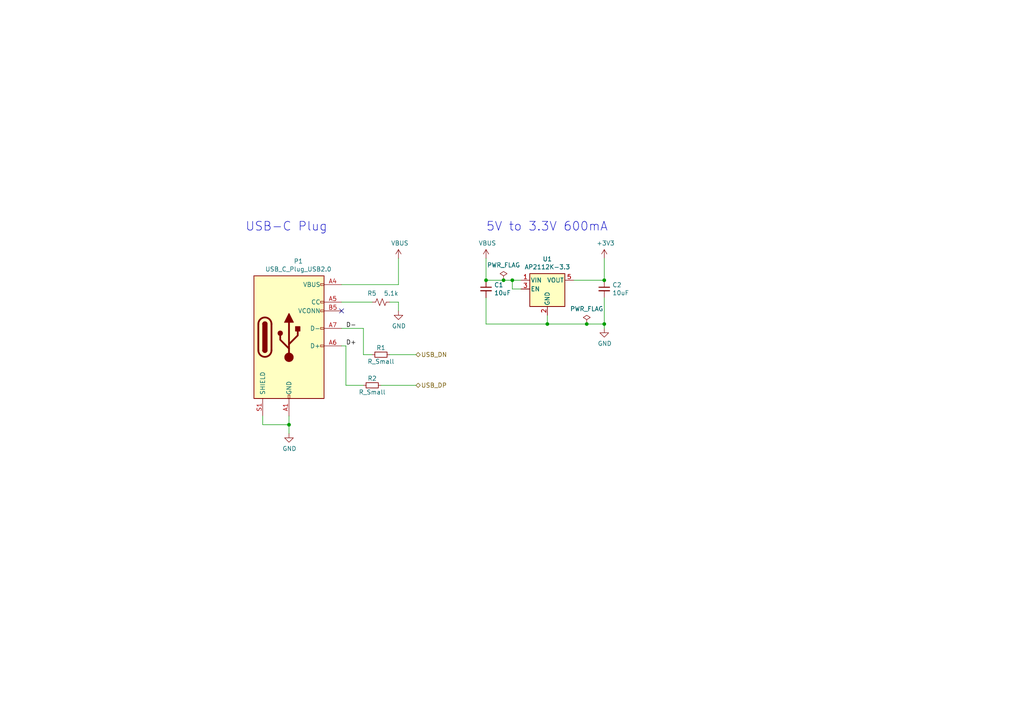
<source format=kicad_sch>
(kicad_sch (version 20211123) (generator eeschema)
  (paper "A4")
  (title_block (title "LoRa Expansion Card for Frame.Work Laptop") (rev "0.2.0") (comment 3 "Kris Keillor"))
  (lib_symbols
    (symbol "Connector:USB_C_Plug_USB2.0" (pin_names (offset 1.016))
      (property "Reference" "P" (at -10.16 19.05 0))
      (property "Value" "USB_C_Plug_USB2.0" (at 12.7 19.05 0))
      (symbol "USB_C_Plug_USB2.0_0_0"
        (rectangle (start -0.254 -17.78) (end 0.254 -16.764))
        (rectangle (start 10.16 -2.286) (end 9.144 -2.794))
        (rectangle (start 10.16 2.794) (end 9.144 2.286))
        (rectangle (start 10.16 7.874) (end 9.144 7.366))
        (rectangle (start 10.16 10.414) (end 9.144 9.906))
        (rectangle (start 10.16 15.494) (end 9.144 14.986))
      )
      (symbol "USB_C_Plug_USB2.0_0_1"
        (rectangle (start -10.16 17.78) (end 10.16 -17.78) (stroke (width 0.254)) (fill (type background)))
        (arc (start -8.89 -3.81) (mid -6.985 -5.715) (end -5.08 -3.81) (stroke (width 0.508)))
        (arc (start -7.62 -3.81) (mid -6.985 -4.445) (end -6.35 -3.81) (stroke (width 0.254)))
        (arc (start -7.62 -3.81) (mid -6.985 -4.445) (end -6.35 -3.81) (stroke (width 0.254)) (fill (type outline)))
        (rectangle (start -7.62 -3.81) (end -6.35 3.81) (stroke (width 0.254)) (fill (type outline)))
        (arc (start -6.35 3.81) (mid -6.985 4.445) (end -7.62 3.81) (stroke (width 0.254)))
        (arc (start -6.35 3.81) (mid -6.985 4.445) (end -7.62 3.81) (stroke (width 0.254)) (fill (type outline)))
        (arc (start -5.08 3.81) (mid -6.985 5.715) (end -8.89 3.81) (stroke (width 0.508)))
        (circle (center -2.54 1.143) (radius 0.635) (stroke (width 0.254)) (fill (type outline)))
        (circle (center 0 -5.842) (radius 1.27) (fill (type outline)))
        (polyline (pts (xy -8.89 -3.81) (xy -8.89 3.81)) (stroke (width 0.508)))
        (polyline (pts (xy -5.08 3.81) (xy -5.08 -3.81)) (stroke (width 0.508)))
        (polyline (pts (xy 0 -5.842) (xy 0 4.318)) (stroke (width 0.508)))
        (polyline (pts (xy 0 -3.302) (xy -2.54 -0.762) (xy -2.54 0.508)) (stroke (width 0.508)))
        (polyline (pts (xy 0 -2.032) (xy 2.54 0.508) (xy 2.54 1.778)) (stroke (width 0.508)))
        (polyline (pts (xy -1.27 4.318) (xy 0 6.858) (xy 1.27 4.318) (xy -1.27 4.318)) (stroke (width 0.254)) (fill (type outline)))
        (rectangle (start 1.905 1.778) (end 3.175 3.048) (stroke (width 0.254)) (fill (type outline)))
      )
      (symbol "USB_C_Plug_USB2.0_1_1"
        (pin passive line (at 0 -22.86 90) (length 5.08) (name "GND") (number "A1"))
        (pin passive line (at 0 -22.86 90) (length 5.08) hide (name "GND") (number "A12"))
        (pin passive line (at 15.24 15.24 180) (length 5.08) (name "VBUS") (number "A4"))
        (pin bidirectional line (at 15.24 10.16 180) (length 5.08) (name "CC") (number "A5"))
        (pin bidirectional line (at 15.24 -2.54 180) (length 5.08) (name "D+") (number "A6"))
        (pin bidirectional line (at 15.24 2.54 180) (length 5.08) (name "D-") (number "A7"))
        (pin passive line (at 15.24 15.24 180) (length 5.08) hide (name "VBUS") (number "A9"))
        (pin passive line (at 0 -22.86 90) (length 5.08) hide (name "GND") (number "B1"))
        (pin passive line (at 0 -22.86 90) (length 5.08) hide (name "GND") (number "B12"))
        (pin passive line (at 15.24 15.24 180) (length 5.08) hide (name "VBUS") (number "B4"))
        (pin bidirectional line (at 15.24 7.62 180) (length 5.08) (name "VCONN") (number "B5"))
        (pin passive line (at 15.24 15.24 180) (length 5.08) hide (name "VBUS") (number "B9"))
        (pin passive line (at -7.62 -22.86 90) (length 5.08) (name "SHIELD") (number "S1"))
      )
    )
    (symbol "Device:C_Small" (pin_numbers hide) (pin_names (offset 0.254) hide)
      (property "Reference" "C" (at 0.254 1.778 0))
      (property "Value" "C_Small" (at 0.254 -2.032 0))
      (symbol "C_Small_0_1"
        (polyline (pts (xy -1.524 -0.508) (xy 1.524 -0.508)) (stroke (width 0.3302)))
        (polyline (pts (xy -1.524 0.508) (xy 1.524 0.508)) (stroke (width 0.3048)))
      )
      (symbol "C_Small_1_1"
        (pin passive line (at 0 2.54 270) (length 2.032) (name "~") (number "1"))
        (pin passive line (at 0 -2.54 90) (length 2.032) (name "~") (number "2"))
      )
    )
    (symbol "Device:R_Small" (pin_numbers hide) (pin_names (offset 0.254) hide)
      (property "Reference" "R" (at 0.762 0.508 0))
      (property "Value" "R_Small" (at 0.762 -1.016 0))
      (symbol "R_Small_0_1"
        (rectangle (start -0.762 1.778) (end 0.762 -1.778) (stroke (width 0.2032)))
      )
      (symbol "R_Small_1_1"
        (pin passive line (at 0 2.54 270) (length 0.762) (name "~") (number "1"))
        (pin passive line (at 0 -2.54 90) (length 0.762) (name "~") (number "2"))
      )
    )
    (symbol "Device:R_Small_US" (pin_numbers hide) (pin_names (offset 0.254) hide)
      (property "Reference" "R" (at 0.762 0.508 0))
      (property "Value" "R_Small_US" (at 0.762 -1.016 0))
      (symbol "R_Small_US_1_1"
        (polyline (pts (xy 0 0) (xy 1.016 -0.381) (xy 0 -0.762) (xy -1.016 -1.143) (xy 0 -1.524)))
        (polyline (pts (xy 0 1.524) (xy 1.016 1.143) (xy 0 0.762) (xy -1.016 0.381) (xy 0 0)))
        (pin passive line (at 0 2.54 270) (length 1.016) (name "~") (number "1"))
        (pin passive line (at 0 -2.54 90) (length 1.016) (name "~") (number "2"))
      )
    )
    (symbol "Expansion_Card-rescue:+3.3V-power" (power) (pin_names (offset 0))
      (property "Value" "+3.3V-power" (at 0 3.556 0))
      (symbol "+3.3V-power_0_1"
        (polyline (pts (xy -0.762 1.27) (xy 0 2.54)))
        (polyline (pts (xy 0 0) (xy 0 2.54)))
        (polyline (pts (xy 0 2.54) (xy 0.762 1.27)))
      )
      (symbol "+3.3V-power_1_1"
        (pin power_in line (at 0 0 90) (length 0) hide (name "+3V3") (number "1"))
      )
    )
    (symbol "Regulator_Linear:AP2112K-3.3" (pin_names (offset 0.254))
      (property "Reference" "U" (at -5.08 5.715 0))
      (property "Value" "AP2112K-3.3" (at 0 5.715 0))
      (symbol "AP2112K-3.3_0_1"
        (rectangle (start -5.08 4.445) (end 5.08 -5.08) (stroke (width 0.254)) (fill (type background)))
      )
      (symbol "AP2112K-3.3_1_1"
        (pin power_in line (at -7.62 2.54 0) (length 2.54) (name "VIN") (number "1"))
        (pin power_in line (at 0 -7.62 90) (length 2.54) (name "GND") (number "2"))
        (pin input line (at -7.62 0 0) (length 2.54) (name "EN") (number "3"))
        (pin no_connect line (at 5.08 0 180) (length 2.54) hide (name "NC") (number "4"))
        (pin power_out line (at 7.62 2.54 180) (length 2.54) (name "VOUT") (number "5"))
      )
    )
    (symbol "power:GND" (power) (pin_names (offset 0))
      (property "Value" "GND" (at 0 -3.81 0))
      (symbol "GND_0_1"
        (polyline (pts (xy 0 0) (xy 0 -1.27) (xy 1.27 -1.27) (xy 0 -2.54) (xy -1.27 -1.27) (xy 0 -1.27)))
      )
      (symbol "GND_1_1"
        (pin power_in line (at 0 0 270) (length 0) hide (name "GND") (number "1"))
      )
    )
    (symbol "power:PWR_FLAG" (power) (pin_numbers hide) (pin_names (offset 0) hide)
      (property "Value" "PWR_FLAG" (at 0 3.81 0))
      (symbol "PWR_FLAG_0_0"
        (pin power_out line (at 0 0 90) (length 0) (name "pwr") (number "1"))
      )
      (symbol "PWR_FLAG_0_1"
        (polyline (pts (xy 0 0) (xy 0 1.27) (xy -1.016 1.905) (xy 0 2.54) (xy 1.016 1.905) (xy 0 1.27)))
      )
    )
    (symbol "power:VBUS" (power) (pin_names (offset 0))
      (property "Value" "VBUS" (at 0 3.81 0))
      (symbol "VBUS_0_1"
        (polyline (pts (xy -0.762 1.27) (xy 0 2.54)))
        (polyline (pts (xy 0 0) (xy 0 2.54)))
        (polyline (pts (xy 0 2.54) (xy 0.762 1.27)))
      )
      (symbol "VBUS_1_1"
        (pin power_in line (at 0 0 90) (length 0) hide (name "VBUS") (number "1"))
      )
    )
  )
  (junction (at 140.97 81.28))
  (junction (at 175.26 93.98))
  (junction (at 170.18 93.98))
  (junction (at 158.75 93.98))
  (junction (at 83.82 123.19))
  (junction (at 146.05 81.28))
  (junction (at 175.26 81.28))
  (junction (at 148.59 81.28))
  (no_connect (at 99.06 90.17))
  (wire (pts (xy 175.26 93.98) (xy 175.26 95.25)))
  (wire (pts (xy 148.59 81.28) (xy 151.13 81.28)))
  (wire (pts (xy 83.82 123.19) (xy 83.82 120.65)))
  (wire (pts (xy 110.49 111.76) (xy 120.65 111.76)))
  (wire (pts (xy 140.97 81.28) (xy 146.05 81.28)))
  (wire (pts (xy 100.33 111.76) (xy 105.41 111.76)))
  (wire (pts (xy 113.03 87.63) (xy 115.57 87.63)))
  (wire (pts (xy 115.57 82.55) (xy 115.57 74.93)))
  (wire (pts (xy 148.59 83.82) (xy 148.59 81.28)))
  (wire (pts (xy 175.26 86.36) (xy 175.26 93.98)))
  (wire (pts (xy 76.2 123.19) (xy 83.82 123.19)))
  (wire (pts (xy 140.97 93.98) (xy 158.75 93.98)))
  (wire (pts (xy 140.97 74.93) (xy 140.97 81.28)))
  (wire (pts (xy 83.82 125.73) (xy 83.82 123.19)))
  (wire (pts (xy 170.18 93.98) (xy 175.26 93.98)))
  (wire (pts (xy 146.05 81.28) (xy 148.59 81.28)))
  (wire (pts (xy 113.03 102.87) (xy 120.65 102.87)))
  (wire (pts (xy 175.26 74.93) (xy 175.26 81.28)))
  (wire (pts (xy 158.75 91.44) (xy 158.75 93.98)))
  (wire (pts (xy 140.97 86.36) (xy 140.97 93.98)))
  (wire (pts (xy 99.06 82.55) (xy 115.57 82.55)))
  (wire (pts (xy 158.75 93.98) (xy 170.18 93.98)))
  (wire (pts (xy 76.2 120.65) (xy 76.2 123.19)))
  (wire (pts (xy 105.41 102.87) (xy 107.95 102.87)))
  (wire (pts (xy 99.06 87.63) (xy 107.95 87.63)))
  (wire (pts (xy 151.13 83.82) (xy 148.59 83.82)))
  (wire (pts (xy 115.57 87.63) (xy 115.57 90.17)))
  (wire (pts (xy 99.06 95.25) (xy 105.41 95.25)))
  (wire (pts (xy 100.33 100.33) (xy 100.33 111.76)))
  (wire (pts (xy 166.37 81.28) (xy 175.26 81.28)))
  (wire (pts (xy 99.06 100.33) (xy 100.33 100.33)))
  (wire (pts (xy 105.41 95.25) (xy 105.41 102.87)))
  (text "5V to 3.3V 600mA" (at 140.97 67.31 0) (effects (font (size 2.54 2.54)) (justify left bottom)))
  (text "USB-C Plug" (at 71.12 67.31 0) (effects (font (size 2.54 2.54)) (justify left bottom)))
  (label "D-" (at 100.33 95.25 0))
  (label "D+" (at 100.33 100.33 0))
  (hierarchical_label "USB_DN" (shape bidirectional) (at 120.65 102.87 0))
  (hierarchical_label "USB_DP" (shape bidirectional) (at 120.65 111.76 0))
  (symbol (lib_id "power:PWR_FLAG") (at 170.18 93.98 0) (unit 1)
    (property "Reference" "#FLG0102" (effects hide))
    (property "Value" "PWR_FLAG" (at 170.18 89.5858 0))
  )
  (symbol (lib_id "Device:R_Small") (at 110.49 102.87 90) (unit 1)
    (property "Reference" "R1" (at 110.49 101.6 90) (effects (justify top)))
    (property "Value" "R_Small" (at 110.49 104.14 90) (effects (justify bottom)))
    (property "Footprint" "Resistor_SMD:R_0402_1005Metric" (effects hide))
  )
  (symbol (lib_id "Expansion_Card-rescue:+3.3V-power") (at 175.26 74.93 0) (unit 1)
    (property "Reference" "#PWR0112" (effects hide))
    (property "Value" "+3.3V" (at 175.641 70.5358 0))
  )
  (symbol (lib_id "Device:R_Small") (at 107.95 111.76 90) (unit 1)
    (property "Reference" "R2" (at 107.95 110.49 90) (effects (justify top)))
    (property "Value" "R_Small" (at 107.95 113.03 90) (effects (justify bottom)))
    (property "Footprint" "Resistor_SMD:R_0402_1005Metric" (effects hide))
  )
  (symbol (lib_id "power:GND") (at 175.26 95.25 0) (unit 1)
    (property "Reference" "#PWR0113" (effects hide))
    (property "Value" "GND" (at 175.387 99.6442 0))
  )
  (symbol (lib_id "power:PWR_FLAG") (at 146.05 81.28 0) (unit 1)
    (property "Reference" "#FLG0101" (effects hide))
    (property "Value" "PWR_FLAG" (at 146.05 76.8858 0))
  )
  (symbol (lib_id "power:GND") (at 115.57 90.17 0) (unit 1)
    (property "Reference" "#PWR0116" (effects hide))
    (property "Value" "GND" (at 115.697 94.5642 0))
  )
  (symbol (lib_id "Device:C_Small") (at 175.26 83.82 0) (unit 1)
    (property "Reference" "C2" (at 177.5968 82.6516 0) (effects (justify left)))
    (property "Value" "10uF" (at 177.5968 84.963 0) (effects (justify left)))
    (property "Footprint" "Capacitor_SMD:C_0805_2012Metric" (effects hide))
  )
  (symbol (lib_id "Connector:USB_C_Plug_USB2.0") (at 83.82 97.79 0) (unit 1)
    (property "Reference" "P1" (at 86.5378 75.7682 0))
    (property "Value" "USB_C_Plug_USB2.0" (at 86.5378 78.0796 0))
    (property "Footprint" "Expansion_Card:USB_C_Plug_Molex_105444" (effects hide))
    (property "Datasheet" "https://www.usb.org/sites/default/files/documents/usb_type-c.zip" (effects hide))
  )
  (symbol (lib_id "Regulator_Linear:AP2112K-3.3") (at 158.75 83.82 0) (unit 1)
    (property "Reference" "U1" (at 158.75 75.1332 0))
    (property "Value" "AP2112K-3.3" (at 158.75 77.4446 0))
    (property "Footprint" "Package_TO_SOT_SMD:SOT-23-5" (effects hide))
    (property "Datasheet" "https://www.diodes.com/assets/Datasheets/AP2112.pdf" (effects hide))
  )
  (symbol (lib_id "Device:R_Small_US") (at 110.49 87.63 90) (unit 1)
    (property "Reference" "R5" (at 109.22 85.09 90) (effects (justify left)))
    (property "Value" "5.1k" (at 115.57 85.09 90) (effects (justify left)))
    (property "Footprint" "Resistor_SMD:R_0603_1608Metric" (effects hide))
  )
  (symbol (lib_id "power:VBUS") (at 140.97 74.93 0) (unit 1)
    (property "Reference" "#PWR0111" (effects hide))
    (property "Value" "VBUS" (at 141.351 70.5358 0))
  )
  (symbol (lib_id "power:GND") (at 83.82 125.73 0) (unit 1)
    (property "Reference" "#PWR0114" (effects hide))
    (property "Value" "GND" (at 83.947 130.1242 0))
  )
  (symbol (lib_id "power:VBUS") (at 115.57 74.93 0) (unit 1)
    (property "Reference" "#PWR0115" (effects hide))
    (property "Value" "VBUS" (at 115.951 70.5358 0))
  )
  (symbol (lib_id "Device:C_Small") (at 140.97 83.82 0) (unit 1)
    (property "Reference" "C1" (at 143.3068 82.6516 0) (effects (justify left)))
    (property "Value" "10uF" (at 143.3068 84.963 0) (effects (justify left)))
    (property "Footprint" "Capacitor_SMD:C_0805_2012Metric" (effects hide))
  )
)
</source>
